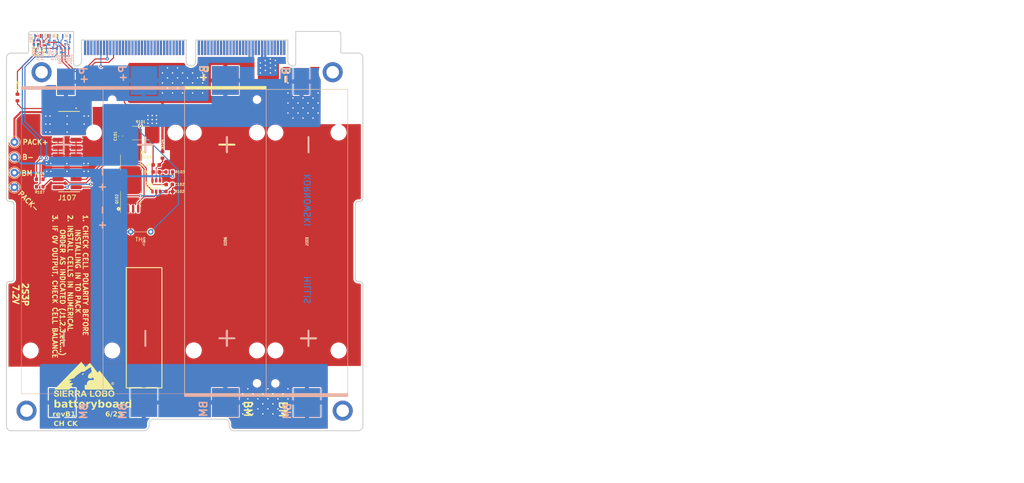
<source format=kicad_pcb>
(kicad_pcb (version 20221018) (generator pcbnew)
  (layers (0 "F.Cu" signal) (31 "B.Cu" signal) (34 "B.Paste" user) (35 "F.Paste" user) (36 "B.SilkS" user "B.Silkscreen") (37 "F.SilkS" user "F.Silkscreen") (38 "B.Mask" user) (39 "F.Mask" user) (44 "Edge.Cuts" user))
  (net 0 "")
  (net 1 "/VDD")
  (net 2 "B-")
  (net 3 "Net-(C101-Pad1)")
  (net 4 "PACK-")
  (net 5 "BM")
  (net 6 "PACK+")
  (net 7 "/V-")
  (net 8 "Net-(U101-VC)")
  (net 9 "Net-(D301-K)")
  (net 10 "Net-(D301-A)")
  (net 11 "Net-(D302-K)")
  (net 12 "Net-(D302-A)")
  (net 13 "Net-(D303-K)")
  (net 14 "Net-(D303-A)")
  (net 15 "Net-(D304-K)")
  (net 16 "Net-(D304-A)")
  (net 17 "/DOUT")
  (net 18 "/COUT")
  (net 19 "/Q1D_Q2S")
  (net 23 "BAT_THERM")
  (net 24 "/SLI-Card/GND")
  (net 111 "/SLI-Card/LED_PWR")
  (net 120 "Net-(Q301-B)")
  (net 121 "Net-(Q302-B)")
  (net 122 "Net-(Q303-B)")
  (net 123 "Net-(Q304-B)")
  (net 129 "/SLI-Card/Blank-Card-Default/ORG_LED")
  (net 137 "DOUT_LED")
  (net 138 "COUT_LED")
  (net 139 "PACK_LED")
  (footprint "batteryboard:KEYSTONE-1042_ALT_J5" (layer "F.Cu") (at 129.2733 96.0501 -90)
    (fp_text reference "J103")
    (fp_text value "KEYSTONE-1042" hide)
  )
  (footprint "custom-footprints:SOT95P280X130-6N" (layer "F.Cu") (at 91.1225 81.9785 90)
    (fp_text reference "U101")
    (fp_text value "R5460N233AF" hide)
  )
  (footprint "batteryboard:KEYSTONE-1042" (layer "F.Cu") (at 108.6231 96.0247 90)
    (fp_text reference "J106")
    (fp_text value "KEYSTONE-1042" hide)
  )
  (footprint "Capacitor_SMD:C_0603_1608Metric" (layer "F.Cu") (at 91.1225 76.6445)
    (fp_text reference "C104")
    (fp_text value "0.1uF")
  )
  (footprint "Capacitor_SMD:C_0603_1608Metric" (layer "F.Cu") (at 91.1225 78.4225)
    (fp_text reference "C103")
    (fp_text value "0.1uF")
  )
  (footprint "Capacitor_SMD:C_0603_1608Metric" (layer "F.Cu") (at 94.4245 81.5975)
    (fp_text reference "C102")
    (fp_text value "0.1uF")
  )
  (footprint "Capacitor_SMD:C_0603_1608Metric" (layer "F.Cu") (at 82.1055 69.342 -90)
    (fp_text reference "C101")
    (fp_text value "0.1uF")
  )
  (footprint "Resistor_SMD:R_0603_1608Metric" (layer "F.Cu") (at 92.71 74.1045 -90)
    (fp_text reference "R104")
    (fp_text value "330")
  )
  (footprint "Resistor_SMD:R_0603_1608Metric" (layer "F.Cu") (at 94.4245 78.4225 180)
    (fp_text reference "R103")
    (fp_text value "330")
  )
  (footprint "Package_SO:SOIC-8_3.9x4.9mm_P1.27mm" (layer "F.Cu") (at 84.6455 85.2805 90)
    (fp_text reference "Q102")
    (fp_text value "IRF7458")
  )
  (footprint "Package_SO:SOIC-8_3.9x4.9mm_P1.27mm" (layer "F.Cu") (at 84.6455 76.0095 -90)
    (fp_text reference "Q101")
    (fp_text value "IRF7458")
  )
  (footprint "Resistor_SMD:R_0603_1608Metric" (layer "F.Cu") (at 94.4245 83.3755)
    (fp_text reference "R102")
    (fp_text value "1K")
  )
  (footprint "Resistor_SMD:R_2512_6332Metric" (layer "F.Cu") (at 87.249 68.58 180)
    (fp_text reference "R101")
    (fp_text value "0.01")
  )
  (footprint "TestPoint:TestPoint_Loop_D1.80mm_Drill1.0mm_Beaded" (layer "F.Cu") (at 55.245 74.676 90)
    (fp_text reference "TP101" hide)
    (fp_text value "TestPoint")
  )
  (footprint "TestPoint:TestPoint_Loop_D1.80mm_Drill1.0mm_Beaded" (layer "F.Cu") (at 55.245 78.613 90)
    (fp_text reference "TP102" hide)
    (fp_text value "TestPoint")
  )
  (footprint "TestPoint:TestPoint_Loop_D1.80mm_Drill1.0mm_Beaded" (layer "F.Cu") (at 55.245 82.296 90)
    (fp_text reference "TP103" hide)
    (fp_text value "TestPoint")
  )
  (footprint "TestPoint:TestPoint_Loop_D1.80mm_Drill1.0mm_Beaded" (layer "F.Cu") (at 55.245 70.866 90)
    (fp_text reference "TP104" hide)
    (fp_text value "TestPoint")
  )
  (footprint "SLI-Blank-Card:APA2107x" (layer "F.Cu") (at 62.792178 43.97248 -90)
    (fp_text reference "D303")
    (fp_text value "GREEN")
  )
  (footprint "SLI-Blank-Card:125mil_hole" (layer "F.Cu") (at 62.1184 53.1572 90)
    (fp_text reference "MH301" hide)
    (fp_text value "MountingHole_Pad")
  )
  (footprint "SLI-Blank-Card:125mil_hole" (layer "F.Cu") (at 135.7784 53.1572 90)
    (fp_text reference "MH302" hide)
    (fp_text value "SLI-Backplane-Blank-Card-KiCad:125mil_hole")
  )
  (footprint "SLI-Blank-Card:125mil_hole" (layer "F.Cu") (at 138.3184 138.8872 90)
    (fp_text reference "MH303" hide)
    (fp_text value "SLI-Backplane-Blank-Card-KiCad:125mil_hole")
  )
  (footprint "SLI-Blank-Card:125mil_hole" (layer "F.Cu") (at 58.3184 138.8872 90)
    (fp_text reference "MH304" hide)
    (fp_text value "SLI-Backplane-Blank-Card-KiCad:125mil_hole")
  )
  (footprint "SLI-Blank-Card:HSEC8-160-CARD-EDGE" (layer "F.Cu") (at 98.72222 45.004353)
    (fp_text reference "P201" hide)
    (fp_text value "Conn_02x60_Top_Bottom")
  )
  (footprint "Package_TO_SOT_SMD:SOT-723" (layer "F.Cu") (at 60.579 44.5516 90)
    (fp_text reference "Q303")
    (fp_text value "BC847BM3T5G")
  )
  (footprint "Resistor_SMD:R_0402_1005Metric" (layer "F.Cu") (at 62.6618 45.847 90)
    (fp_text reference "R306")
    (fp_text value "1.5k")
  )
  (footprint "Resistor_SMD:R_0402_1005Metric" (layer "F.Cu") (at 60.6806 46.0756)
    (fp_text reference "R305")
    (fp_text value "4.7k")
  )
  (footprint "Resistor_SMD:R_0603_1608Metric" (layer "F.Cu") (at 56.007 59.563 -90)
    (fp_text reference "R108")
    (fp_text value "0")
  )
  (footprint "SierraLobo:SLI_logo_15x9" (layer "F.Cu") (at 72.898 130.937)
    (fp_text reference "G***" hide)
    (fp_text value "LOGO" hide)
  )
  (footprint "Resistor_SMD:R_0603_1608Metric" (layer "F.Cu") (at 61.658 80.264)
    (fp_text reference "R106")
    (fp_text value "0")
  )
  (footprint "batteryboard:SAMTEC_S2M-110-02-X-D" (layer "F.Cu") (at 68.58 73.273 90)
    (fp_text reference "J107")
    (fp_text value "Conn_02x10_Top_Bottom")
  )
  (footprint "Resistor_THT:R_Axial_DIN0204_L3.6mm_D1.6mm_P5.08mm_Vertical" (layer "F.Cu") (at 89.739 93.599 180)
    (fp_text reference "TH1")
    (fp_text value "Thermistor")
  )
  (footprint "Resistor_SMD:R_0603_1608Metric" (layer "F.Cu") (at 61.658 82.169)
    (fp_text reference "R107")
    (fp_text value "0")
  )
  (footprint "batteryboard:KEYSTONE-1042" (layer "B.Cu") (at 87.9983 96.0501 90)
    (fp_text reference "J104")
    (fp_text value "KEYSTONE-1042" hide)
  )
  (footprint "batteryboard:KEYSTONE-1042_ALT_J1" (layer "B.Cu") (at 129.2733 96.0247 -90)
    (fp_text reference "J101")
    (fp_text value "KEYSTONE-1042" hide)
  )
  (footprint "batteryboard:KEYSTONE-1042" (layer "B.Cu") (at 108.6231 96.0247 -90)
    (fp_text reference "J102")
    (fp_text value "KEYSTONE-1042" hide)
  )
  (footprint "batteryboard:KEYSTONE-1042_alt_J4" (layer "B.Cu") (at 67.3481 96.0501 90)
    (fp_text reference "J105")
    (fp_text value "KEYSTONE-1042" hide)
  )
  (footprint "SLI-Blank-Card:APA2107x" (layer "B.Cu") (at 61.392181 43.97248 -90)
    (fp_text reference "D301")
    (fp_text value "RED")
  )
  (footprint "SLI-Blank-Card:APA2107x" (layer "B.Cu") (at 65.192173 43.97248 -90)
    (fp_text reference "D302")
    (fp_text value "YELLOW")
  )
  (footprint "SLI-Blank-Card:APA2107x" (layer "B.Cu") (at 68.407991 43.97248 -90)
    (fp_text reference "D304")
    (fp_text value "ORANGE")
  )
  (footprint "Package_TO_SOT_SMD:SOT-723" (layer "B.Cu") (at 65.786 45.5676)
    (fp_text reference "Q302")
    (fp_text value "BC847BM3T5G")
  )
  (footprint "Package_TO_SOT_SMD:SOT-723" (layer "B.Cu") (at 68.6562 45.5676)
    (fp_text reference "Q304")
    (fp_text value "BC847BM3T5G")
  )
  (footprint "Resistor_SMD:R_0402_1005Metric" (layer "B.Cu") (at 60.198 45.6692 90)
    (fp_text reference "R302")
    (fp_text value "1.5k")
  )
  (footprint "Resistor_SMD:R_0402_1005Metric" (layer "B.Cu") (at 64.0334 45.6692 90)
    (fp_text reference "R304")
    (fp_text value "1.5k")
  )
  (footprint "Resistor_SMD:R_0402_1005Metric" (layer "B.Cu") (at 67.0306 47.625 90)
    (fp_text reference "R308")
    (fp_text value "1.5k")
  )
  (footprint "Resistor_SMD:R_0402_1005Metric" (layer "B.Cu") (at 61.6712 47.117)
    (fp_text reference "R301")
    (fp_text value "4.7k")
  )
  (footprint "Resistor_SMD:R_0402_1005Metric" (layer "B.Cu") (at 65.4812 47.117)
    (fp_text reference "R303")
    (fp_text value "4.7k")
  )
  (footprint "Resistor_SMD:R_0402_1005Metric" (layer "B.Cu") (at 68.58 47.117)
    (fp_text reference "R307")
    (fp_text value "4.7k")
  )
  (footprint "Package_TO_SOT_SMD:SOT-723" (layer "B.Cu") (at 61.976 45.5676)
    (fp_text reference "Q301")
    (fp_text value "BC847BM3T5G")
  )
  (gr_circle (center 87.7189 73.4949) (end 87.7443 73.4187) (stroke (width 0.4)) (fill none) (layer "F.SilkS"))
  (gr_circle (center 81.5975 87.7697) (end 81.6229 87.6935) (stroke (width 0.4)) (fill none) (layer "F.SilkS"))
  (gr_rect (start 83.549998 102.650011) (end 92.559988 133.130011) (stroke (width 0.254)) (fill none) (layer "F.SilkS"))
  (gr_line (start 109.626402 142.773398) (end 109.626402 142.239998) (stroke (width 0.254)) (layer "Edge.Cuts"))
  (gr_arc (start 110.820202 143.967198) (mid 109.976058 143.617542) (end 109.626402 142.773398) (stroke (width 0.254)) (layer "Edge.Cuts"))
  (gr_line (start 64.742214 42.841363) (end 69.442149 42.841363) (stroke (width 0.254)) (layer "Edge.Cuts"))
  (gr_line (start 141.503402 105.409998) (end 141.503402 86.639398) (stroke (width 0.254)) (layer "Edge.Cuts"))
  (gr_arc (start 101.12221 50.37937) (mid 99.922212 51.579361) (end 98.72223 50.379354) (stroke (width 0.254)) (layer "Edge.Cuts"))
  (gr_arc (start 125.622219 51.579361) (mid 124.7737 51.227891) (end 124.422232 50.379371) (stroke (width 0.254)) (layer "Edge.Cuts"))
  (gr_arc (start 72.22222 50.329342) (mid 71.870751 51.177862) (end 71.022232 51.529331) (stroke (width 0.254)) (layer "Edge.Cuts"))
  (gr_arc (start 142.305524 48.3247) (mid 143.085375 48.647724) (end 143.408402 49.427575) (stroke (width 0.254)) (layer "Edge.Cuts"))
  (gr_line (start 126.422213 51.004361) (end 126.422213 44.904363) (stroke (width 0.254)) (layer "Edge.Cuts"))
  (gr_line (start 101.12221 50.379354) (end 101.12221 45.004363) (stroke (width 0.254)) (layer "Edge.Cuts"))
  (gr_line (start 98.72223 50.379354) (end 98.72223 45.004363) (stroke (width 0.254)) (layer "Edge.Cuts"))
  (gr_line (start 101.12222 45.004353) (end 124.422222 45.004353) (stroke (width 0.254)) (layer "Edge.Cuts"))
  (gr_line (start 70.222239 50.954331) (end 70.222239 44.854333) (stroke (width 0.254)) (layer "Edge.Cuts"))
  (gr_line (start 124.422232 50.379354) (end 124.422232 45.004363) (stroke (width 0.254)) (layer "Edge.Cuts"))
  (gr_arc (start 53.238402 49.425142) (mid 53.560715 48.64701) (end 54.338847 48.324697) (stroke (width 0.254)) (layer "Edge.Cuts"))
  (gr_line (start 125.62222 51.579361) (end 125.847213 51.579361) (stroke (width 0.254)) (layer "Edge.Cuts"))
  (gr_arc (start 58.822003 47.841541) (mid 58.68049 48.183184) (end 58.338847 48.324697) (stroke (width 0.254)) (layer "Edge.Cuts"))
  (gr_line (start 72.22222 50.329323) (end 72.22222 45.004353) (stroke (width 0.254)) (layer "Edge.Cuts"))
  (gr_arc (start 142.265402 106.171998) (mid 141.726587 105.948813) (end 141.503402 105.409998) (stroke (width 0.254)) (layer "Edge.Cuts"))
  (gr_line (start 70.797239 51.529331) (end 71.022232 51.529331) (stroke (width 0.254)) (layer "Edge.Cuts"))
  (gr_line (start 72.22222 45.00435) (end 98.72222 45.004353) (stroke (width 0.254)) (layer "Edge.Cuts"))
  (gr_line (start 127.04006 42.822678) (end 127.74679 42.822678) (stroke (width 0.254)) (layer "Edge.Cuts"))
  (gr_arc (start 126.422213 51.004364) (mid 126.253799 51.41095) (end 125.847213 51.579364) (stroke (width 0.254)) (layer "Edge.Cuts"))
  (gr_arc (start 54.000402 85.877398) (mid 53.461587 85.654213) (end 53.238402 85.115398) (stroke (width 0.254)) (layer "Edge.Cuts"))
  (gr_arc (start 58.822186 43.41637) (mid 58.990603 43.009775) (end 59.397198 42.841358) (stroke (width 0.254)) (layer "Edge.Cuts"))
  (gr_arc (start 143.408402 85.115398) (mid 143.185217 85.654213) (end 142.646402 85.877398) (stroke (width 0.254)) (layer "Edge.Cuts"))
  (gr_line (start 137.822185 47.841355) (end 137.822185 43.391372) (stroke (width 0.254)) (layer "Edge.Cuts"))
  (gr_arc (start 55.143402 105.409998) (mid 54.920217 105.948813) (end 54.381402 106.171998) (stroke (width 0.254)) (layer "Edge.Cuts"))
  (gr_arc (start 89.306402 142.239998) (mid 89.656058 141.395854) (end 90.500202 141.046198) (stroke (width 0.254)) (layer "Edge.Cuts"))
  (gr_line (start 53.238402 85.115398) (end 53.238402 49.425142) (stroke (width 0.254)) (layer "Edge.Cuts"))
  (gr_arc (start 142.646402 106.171998) (mid 143.185217 106.395183) (end 143.408402 106.933998) (stroke (width 0.254)) (layer "Edge.Cuts"))
  (gr_arc (start 54.381402 85.877398) (mid 54.920217 86.100583) (end 55.143402 86.639398) (stroke (width 0.254)) (layer "Edge.Cuts"))
  (gr_arc (start 138.305527 48.324697) (mid 137.963753 48.183129) (end 137.822185 47.841355) (stroke (width 0.254)) (layer "Edge.Cuts"))
  (gr_arc (start 137.253494 42.822681) (mid 137.655619 42.989247) (end 137.822185 43.391372) (stroke (width 0.254)) (layer "Edge.Cuts"))
  (gr_line (start 89.306402 142.773398) (end 89.306402 142.239998) (stroke (width 0.254)) (layer "Edge.Cuts"))
  (gr_line (start 54.338847 48.324697) (end 58.338847 48.324697) (stroke (width 0.254)) (layer "Edge.Cuts"))
  (gr_arc (start 70.797239 51.529333) (mid 70.390653 51.360919) (end 70.222239 50.954333) (stroke (width 0.254)) (layer "Edge.Cuts"))
  (gr_line (start 143.408402 85.115398) (end 143.408402 49.427575) (stroke (width 0.254)) (layer "Edge.Cuts"))
  (gr_arc (start 53.238402 106.933998) (mid 53.461587 106.395183) (end 54.000402 106.171998) (stroke (width 0.254)) (layer "Edge.Cuts"))
  (gr_line (start 138.305527 48.324697) (end 142.305524 48.324697) (stroke (width 0.254)) (layer "Edge.Cuts"))
  (gr_line (start 58.822003 47.841541) (end 58.822186 43.41637) (stroke (width 0.254)) (layer "Edge.Cuts"))
  (gr_line (start 142.265402 106.171998) (end 142.646402 106.171998) (stroke (width 0.254)) (layer "Edge.Cuts"))
  (gr_arc (start 143.408402 142.773398) (mid 143.058746 143.617542) (end 142.214602 143.967198) (stroke (width 0.254)) (layer "Edge.Cuts"))
  (gr_arc (start 108.432602 141.046198) (mid 109.276746 141.395854) (end 109.626402 142.239998) (stroke (width 0.254)) (layer "Edge.Cuts"))
  (gr_arc (start 89.306402 142.773398) (mid 88.956746 143.617542) (end 88.112602 143.967198) (stroke (width 0.254)) (layer "Edge.Cuts"))
  (gr_line (start 142.265402 85.877398) (end 142.646402 85.877398) (stroke (width 0.254)) (layer "Edge.Cuts"))
  (gr_line (start 90.500202 141.046198) (end 108.432602 141.046198) (stroke (width 0.254)) (layer "Edge.Cuts"))
  (gr_line (start 70.222203 44.854351) (end 70.222203 42.84137) (stroke (width 0.254)) (layer "Edge.Cuts"))
  (gr_line (start 126.422177 44.904381) (end 126.422177 42.822681) (stroke (width 0.254)) (layer "Edge.Cuts"))
  (gr_line (start 126.422177 42.822681) (end 127.040068 42.822681) (stroke (width 0.254)) (layer "Edge.Cuts"))
  (gr_arc (start 141.503402 86.639398) (mid 141.726587 86.100583) (end 142.265402 85.877398) (stroke (width 0.254)) (layer "Edge.Cuts"))
  (gr_line (start 59.397198 42.841358) (end 64.742207 42.841358) (stroke (width 0.254)) (layer "Edge.Cuts"))
  (gr_line (start 127.74679 42.822678) (end 137.253494 42.822681) (stroke (width 0.254)) (layer "Edge.Cuts"))
  (gr_line (start 53.238393 142.697198) (end 53.238402 106.933998) (stroke (width 0.254)) (layer "Edge.Cuts"))
  (gr_line (start 69.442154 42.84137) (end 70.222203 42.84137) (stroke (width 0.254)) (layer "Edge.Cuts"))
  (gr_arc (start 54.356002 143.967198) (mid 53.534175 143.563661) (end 53.238402 142.697198) (stroke (width 0.254)) (layer "Edge.Cuts"))
  (gr_line (start 110.820202 143.967198) (end 142.214602 143.967198) (stroke (width 0.254)) (layer "Edge.Cuts"))
  (gr_line (start 143.408402 142.773398) (end 143.408402 106.933998) (stroke (width 0.254)) (layer "Edge.Cuts"))
  (gr_line (start 54.000402 106.171998) (end 54.381402 106.171998) (stroke (width 0.254)) (layer "Edge.Cuts"))
  (gr_line (start 54.356002 143.967195) (end 88.112602 143.967198) (stroke (width 0.254)) (layer "Edge.Cuts"))
  (gr_line (start 55.143402 105.409998) (end 55.143402 86.639398) (stroke (width 0.254)) (layer "Edge.Cuts"))
  (gr_line (start 54.0004 85.8774) (end 54.3814 85.8774) (stroke (width 0.254)) (layer "Edge.Cuts"))
  (gr_text "KORNOWSKI" (at 129.413 78.74 90) (layer "B.Cu") (effects (font (size 1.524 1.524) (thickness 0.254)) (justify left mirror)))
  (gr_text "HILLIS" (at 129.413 104.648 90) (layer "B.Cu") (effects (font (size 1.524 1.524) (thickness 0.254)) (justify left mirror)))
  (gr_text "BM" (at 103.0605 138.43 90) (layer "B.SilkS") (effects (font (size 1.905 1.905) (thickness 0.381)) (justify mirror)))
  (gr_text "BM" (at 82.6135 139.0015 90) (layer "B.SilkS") (effects (font (size 1.905 1.905) (thickness 0.381)) (justify mirror)))
  (gr_text "BM" (at 72.7075 139.0015 90) (layer "B.SilkS") (effects (font (size 1.905 1.905) (thickness 0.381)) (justify mirror)))
  (gr_text "BM" (at 124.2695 139.0015 90) (layer "B.SilkS") (effects (font (size 1.905 1.905) (thickness 0.381)) (justify mirror)))
  (gr_text "B-" (at 124.0155 53.975 90) (layer "B.SilkS") (effects (font (size 1.905 1.905) (thickness 0.381)) (justify mirror)))
  (gr_text "B-" (at 103.1875 53.467 90) (layer "B.SilkS") (effects (font (size 1.905 1.905) (thickness 0.381)) (justify mirror)))
  (gr_text "P+" (at 82.677 53.5305 90) (layer "B.SilkS") (effects (font (size 1.905 1.905) (thickness 0.381)) (justify mirror)))
  (gr_text "P+" (at 72.771 53.975 90) (layer "B.SilkS") (effects (font (size 1.905 1.905) (thickness 0.381)) (justify mirror)))
  (gr_text "- +" (at 77.4065 80.3275 90) (layer "B.SilkS") (effects (font (size 1.905 1.905) (thickness 0.381)) (justify mirror)))
  (gr_text "- +" (at 77.4065 89.9795 90) (layer "B.SilkS") (effects (font (size 1.905 1.905) (thickness 0.381)) (justify mirror)))
  (gr_text "BM" (at 123.19 138.557 270) (layer "F.SilkS") (effects (font (size 1.905 1.905) (thickness 0.381))))
  (gr_text "B-" (at 123.8885 53.975 270) (layer "F.SilkS") (effects (font (size 1.905 1.905) (thickness 0.381))))
  (gr_text "P+" (at 103.1875 53.5305 270) (layer "F.SilkS") (effects (font (size 1.905 1.905) (thickness 0.381))))
  (gr_text "2S3P\n7.2V" (at 56.769 109.474 -90) (layer "F.SilkS") (effects (font (size 1.5 1.5) (thickness 0.355))))
  (gr_text "1. CHECK CELL POLARITY BEFORE \n    INSTALLING IN TO PACK\n2. INSTALL CELLS IN NUMERICAL \n    ORDER AS INDICATED (J1,2,3,etc...)\n3. IF 0V OUTPUT, CHECK CELL BALANCE" (at 69.342 89.154 270) (layer "F.SilkS") (effects (font (size 1.2 1.2) (thickness 0.254)) (justify left)))
  (gr_text "PACK-" (at 58.801 85.852 -45) (layer "F.SilkS") (effects (font (size 1.27 1.27) (thickness 0.254))))
  (gr_text "CH CK" (at 68.199 142.24) (layer "F.SilkS") (effects (font (size 1.27 1.27) (thickness 0.254) bold)))
  (gr_text "BM" (at 114.3 138.43 270) (layer "F.SilkS") (effects (font (size 1.905 1.905) (thickness 0.381))))
  (gr_text "BM" (at 58.42 78.74) (layer "F.SilkS") (effects (font (size 1.27 1.27) (thickness 0.254))))
  (gr_text "revB1		6/23" (at 72.136 139.827) (layer "F.SilkS") (effects (font (size 1.27 1.27) (thickness 0.254) bold)))
  (gr_text "B-" (at 58.674 74.676) (layer "F.SilkS") (effects (font (size 1.27 1.27) (thickness 0.254))))
  (gr_text "PACK+" (at 60.579 70.866) (layer "F.SilkS") (effects (font (size 1.27 1.27) (thickness 0.254))))
  (gr_text "batteryboard" (at 65.151 138.43) (layer "F.SilkS") (effects (font (size 1.905 1.905) (thickness 0.3048) bold) (justify left bottom)))
  (segment (start 92.71 74.892) (end 92.71 75.8445) (width 0.2794) (layer "F.Cu") (net 1))
  (segment (start 91.1225 77.4065) (end 91.8845 76.6445) (width 0.2032) (layer "F.Cu") (net 1))
  (segment (start 91.1225 80.5785) (end 91.1225 77.4065) (width 0.2032) (layer "F.Cu") (net 1))
  (segment (start 92.71 75.8445) (end 91.91 76.6445) (width 0.2794) (layer "F.Cu") (net 1))
  (segment (start 90.1065 80.5125) (end 90.1065 78.4225) (width 0.2794) (layer "F.Cu") (net 2))
  (segment (start 90.4121 81.5975) (end 90.1725 81.3579) (width 0.2794) (layer "F.Cu") (net 2))
  (segment (start 90.335 76.6445) (end 90.335 68.766) (width 0.2794) (layer "F.Cu") (net 2))
  (segment (start 64.443 76.273) (end 63.373 76.273) (width 0.8128) (layer "F.Cu") (net 2))
  (segment (start 66.305 76.273) (end 68.507 76.273) (width 0.8128) (layer "F.Cu") (net 2))
  (segment (start 93.637 81.5975) (end 90.4121 81.5975) (width 0.2794) (layer "F.Cu") (net 2))
  (segment (start 72.825 76.273) (end 73.895 76.273) (width 0.8128) (layer "F.Cu") (net 2))
  (segment (start 90.1725 81.3579) (end 90.1725 80.5785) (width 0.2794) (layer "F.Cu") (net 2))
  (segment (start 68.507 76.273) (end 70.855 76.273) (width 0.8128) (layer "F.Cu") (net 2))
  (segment (start 66.305 76.273) (end 64.443 76.273) (width 0.8128) (layer "F.Cu") (net 2))
  (segment (start 90.1065 78.4225) (end 90.1065 76.873) (width 0.2794) (layer "F.Cu") (net 2))
  (segment (start 70.855 76.273) (end 72.825 76.273) (width 0.8128) (layer "F.Cu") (net 2))
  (via (at 90.1065 65.151) (size 0.8128) (drill 0.3556) (layers "F.Cu" "B.Cu") (net 2))
  (via (at 90.1065 64.135) (size 0.8128) (drill 0.3556) (layers "F.Cu" "B.Cu") (net 2))
  (via (at 90.1065 66.1035) (size 0.8128) (drill 0.3556) (layers "F.Cu" "B.Cu") (net 2))
  (via (at 91.186 65.151) (size 0.8128) (drill 0.3556) (layers "F.Cu" "B.Cu") (net 2))
  (via (at 91.186 66.1035) (size 0.8128) (drill 0.3556) (layers "F.Cu" "B.Cu") (net 2))
  (via (at 91.186 64.135) (size 0.8128) (drill 0.3556) (layers "F.Cu" "B.Cu") (net 2))
  (via (at 124.46 58.42) (size 0.8128) (drill 0.3556) (layers "F.Cu" "B.Cu") (net 2))
  (via (at 125.73 59.69) (size 0.8128) (drill 0.3556) (layers "F.Cu" "B.Cu") (net 2))
  (via (at 130.81 62.23) (size 0.8128) (drill 0.3556) (layers "F.Cu" "B.Cu") (net 2))
  (via (at 124.46 55.88) (size 0.8128) (drill 0.3556) (layers "F.Cu" "B.Cu") (net 2))
  (via (at 124.46 63.5) (size 0.8128) (drill 0.3556) (layers "F.Cu" "B.Cu") (net 2))
  (via (at 127 60.96) (size 0.8128) (drill 0.3556) (layers "F.Cu" "B.Cu") (net 2))
  (via (at 125.73 62.23) (size 0.8128) (drill 0.3556) (layers "F.Cu" "B.Cu") (net 2))
  (via (at 72.825 76.273) (size 0.8128) (drill 0.3556) (layers "F.Cu" "B.Cu") (net 2))
  (via (at 132.08 60.96) (size 0.8128) (drill 0.3556) (layers "F.Cu" "B.Cu") (net 2))
  (via (at 132.08 63.5) (size 0.8128) (drill 0.3556) (layers "F.Cu" "B.Cu") (net 2))
  (via (at 128.27 62.23) (size 0.8128) (drill 0.3556) (layers "F.Cu" "B.Cu") (net 2))
  (via (at 127 63.5) (size 0.8128) (drill 0.3556) (layers "F.Cu" "B.Cu") (net 2))
  (via (at 129.54 63.5) (size 0.8128) (drill 0.3556) (layers "F.Cu" "B.Cu") (net 2))
  (via (at 89.027 66.1035) (size 0.8128) (drill 0.3556) (layers "F.Cu" "B.Cu") (net 2))
  (via (at 68.507 76.273) (size 0.8128) (drill 0.3556) (layers "F.Cu" "B.Cu") (net 2))
  (via (at 125.73 64.77) (size 0.8128) (drill 0.3556) (layers "F.Cu" "B.Cu") (net 2))
  (via (at 124.46 53.34) (size 0.8128) (drill 0.3556) (layers "F.Cu" "B.Cu") (net 2))
  (via (at 63.373 76.273) (size 0.8128) (drill 0.3556) (layers "F.Cu" "B.Cu") (net 2))
  (via (at 128.27 64.77) (size 0.8128) (drill 0.3556) (layers "F.Cu" "B.Cu") (net 2))
  (via (at 89.027 64.135) (size 0.8128) (drill 0.3556) (layers "F.Cu" "B.Cu") (net 2))
  (via (at 130.81 64.77) (size 0.8128) (drill 0.3556) (layers "F.Cu" "B.Cu") (net 2))
  (via (at 73.895 76.273) (size 0.8128) (drill 0.3556) (layers "F.Cu" "B.Cu") (net 2))
  (via (at 124.46 60.96) (size 0.8128) (drill 0.3556) (layers "F.Cu" "B.Cu") (net 2))
  (via (at 64.443 76.273) (size 0.8128) (drill 0.3556) (layers "F.Cu" "B.Cu") (net 2))
  (via (at 132.08 58.42) (size 0.8128) (drill 0.3556) (layers "F.Cu" "B.Cu") (net 2))
  (via (at 89.027 65.151) (size 0.8128) (drill 0.3556) (layers "F.Cu" "B.Cu") (net 2))
  (via (at 130.81 59.69) (size 0.8128) (drill 0.3556) (layers "F.Cu" "B.Cu") (net 2))
  (via (at 128.27 59.69) (size 0.8128) (drill 0.3556) (layers "F.Cu" "B.Cu") (net 2))
  (via (at 129.54 60.96) (size 0.8128) (drill 0.3556) (layers "F.Cu" "B.Cu") (net 2))
  (segment (start 63.373 76.273) (end 56.842 76.273) (width 0.508) (layer "B.Cu") (net 2))
  (segment (start 56.842 76.273) (end 55.245 74.676) (width 0.508) (layer "B.Cu") (net 2))
  (segment (start 82.1055 68.5545) (end 84.3235 68.5545) (width 0.6096) (layer "F.Cu") (net 3))
  (segment (start 118.72222 47.404353) (end 118.72222 50.14222) (width 0.508) (layer "F.Cu") (net 4))
  (segment (start 117.92222 47.404353) (end 117.92222 50.35822) (width 0.508) (layer "F.Cu") (net 4))
  (via (at 120.015 53.34) (size 0.8128) (drill 0.3556) (layers "F.Cu" "B.Cu") (net 4))
  (via (at 117.475 52.07) (size 0.8128) (drill 0.3556) (layers "F.Cu" "B.Cu") (net 4))
  (via (at 120 49.8) (size 0.8128) (drill 0.3556) (layers "F.Cu" "B.Cu") (net 4))
  (via (at 121.285 50.165) (size 0.8128) (drill 0.3556) (layers "F.Cu" "B.Cu") (net 4))
  (via (at 117.475 53.34) (size 0.8128) (drill 0.3556) (layers "F.Cu" "B.Cu") (net 4))
  (via (at 120.015 50.8) (size 0.8128) (drill 0.3556) (layers "F.Cu" "B.Cu") (net 4))
  (via (at 121.285 51.435) (size 0.8128) (drill 0.3556) (layers "F.Cu" "B.Cu") (net 4))
  (via (at 118.72222 50.18778) (size 0.8128) (drill 0.3556) (layers "F.Cu" "B.Cu") (net 4))
  (via (at 121.285 52.705) (size 0.8128) (drill 0.3556) (layers "F.Cu" "B.Cu") (net 4))
  (via (at 118.745 51.435) (size 0.8128) (drill 0.3556) (layers "F.Cu" "B.Cu") (net 4))
  (via (at 120.015 52.07) (size 0.8128) (drill 0.3556) (layers "F.Cu" "B.Cu") (net 4))
  (via (at 117.475 50.8) (size 0.8128) (drill 0.3556) (layers "F.Cu" "B.Cu") (net 4))
  (via (at 118.745 52.705) (size 0.8128) (drill 0.3556) (layers "F.Cu" "B.Cu") (net 4))
  (segment (start 117.92222 47.404353) (end 117.92222 49.85022) (width 0.508) (layer "B.Cu") (net 4))
  (segment (start 118.72222 47.404353) (end 118.72222 50.18778) (width 0.508) (layer "B.Cu") (net 4))
  (segment (start 72.857 78.273) (end 73.927 78.273) (width 0.8128) (layer "F.Cu") (net 5))
  (segment (start 70.855 78.273) (end 72.857 78.273) (width 0.8128) (layer "F.Cu") (net 5))
  (segment (start 70.855 78.273) (end 68.539 78.273) (width 0.8128) (layer "F.Cu") (net 5))
  (segment (start 95.25 78.4605) (end 95.25 79.426002) (width 0.508) (layer "F.Cu") (net 5))
  (segment (start 95.25 79.426002) (end 95.212 79.464002) (width 0.508) (layer "F.Cu") (net 5))
  (segment (start 64.475 78.273) (end 63.405 78.273) (width 0.8128) (layer "F.Cu") (net 5))
  (segment (start 95.212 79.464002) (end 95.25 79.502002) (width 0.2794) (layer "F.Cu") (net 5))
  (segment (start 66.305 78.273) (end 64.475 78.273) (width 0.8128) (layer "F.Cu") (net 5))
  (segment (start 68.539 78.273) (end 66.305 78.273) (width 0.8128) (layer "F.Cu") (net 5))
  (via (at 63.405 78.273) (size 0.8128) (drill 0.3556) (layers "F.Cu" "B.Cu") (net 5))
  (via (at 115.57 139.7) (size 0.8128) (drill 0.3556) (layers "F.Cu" "B.Cu") (net 5))
  (via (at 114.3 135.89) (size 0.8128) (drill 0.3556) (layers "F.Cu" "B.Cu") (net 5))
  (via (at 119.38 133.35) (size 0.8128) (drill 0.3556) (layers "F.Cu" "B.Cu") (net 5))
  (via (at 118.11 137.16) (size 0.8128) (drill 0.3556) (layers "F.Cu" "B.Cu") (net 5))
  (via (at 124.46 133.35) (size 0.8128) (drill 0.3556) (layers "F.Cu" "B.Cu") (net 5))
  (via (at 72.857 78.273) (size 0.8128) (drill 0.3556) (layers "F.Cu" "B.Cu") (net 5))
  (via (at 113.03 137.16) (size 0.8128) (drill 0.3556) (layers "F.Cu" "B.Cu") (net 5))
  (via (at 123.19 139.7) (size 0.8128) (drill 0.3556) (layers "F.Cu" "B.Cu") (net 5))
  (via (at 115.57 134.62) (size 0.8128) (drill 0.3556) (layers "F.Cu" "B.Cu") (net 5))
  (via (at 119.38 138.43) (size 0.8128) (drill 0.3556) (layers "F.Cu" "B.Cu") (net 5))
  (via (at 114.3 133.35) (size 0.8128) (drill 0.3556) (layers "F.Cu" "B.Cu") (net 5))
  (via (at 123.19 137.16) (size 0.8128) (drill 0.3556) (layers "F.Cu" "B.Cu") (net 5))
  (via (at 124.46 138.43) (size 0.8128) (drill 0.3556) (layers "F.Cu" "B.Cu") (net 5))
  (via (at 64.475 78.273) (size 0.8128) (drill 0.3556) (layers "F.Cu" "B.Cu") (net 5))
  (via (at 95.25 79.502002) (size 0.8128) (drill 0.3556) (layers "F.Cu" "B.Cu") (net 5))
  (via (at 121.92 138.43) (size 0.8128) (drill 0.3556) (layers "F.Cu" "B.Cu") (net 5))
  (via (at 124.46 135.89) (size 0.8128) (drill 0.3556) (layers "F.Cu" "B.Cu") (net 5))
  (via (at 119.38 135.89) (size 0.8128) (drill 0.3556) (layers "F.Cu" "B.Cu") (net 5))
  (via (at 116.84 138.43) (size 0.8128) (drill 0.3556) (layers "F.Cu" "B.Cu") (net 5))
  (via (at 120.65 139.7) (size 0.8128) (drill 0.3556) (layers "F.Cu" "B.Cu") (net 5))
  (via (at 68.539 78.273) (size 0.8128) (drill 0.3556) (layers "F.Cu" "B.Cu") (net 5))
  (via (at 113.03 139.7) (size 0.8128) (drill 0.3556) (layers "F.Cu" "B.Cu") (net 5))
  (via (at 116.84 135.89) (size 0.8128) (drill 0.3556) (layers "F.Cu" "B.Cu") (net 5))
  (via (at 120.65 137.16) (size 0.8128) (drill 0.3556) (layers "F.Cu" "B.Cu") (net 5))
  (via (at 121.92 135.89) (size 0.8128) (drill 0.3556) (layers "F.Cu" "B.Cu") (net 5))
  (via (at 115.57 137.16) (size 0.8128) (drill 0.3556) (layers "F.Cu" "B.Cu") (net 5))
  (via (at 120.65 134.62) (size 0.8128) (drill 0.3556) (layers "F.Cu" "B.Cu") (net 5))
  (via (at 118.11 139.7) (size 0.8128) (drill 0.3556) (layers "F.Cu" "B.Cu") (net 5))
  (via (at 118.11 134.62) (size 0.8128) (drill 0.3556) (layers "F.Cu" "B.Cu") (net 5))
  (via (at 113.03 134.62) (size 0.8128) (drill 0.3556) (layers "F.Cu" "B.Cu") (net 5))
  (via (at 73.927 78.273) (size 0.8128) (drill 0.3556) (layers "F.Cu" "B.Cu") (net 5))
  (via (at 114.3 138.43) (size 0.8128) (drill 0.3556) (layers "F.Cu" "B.Cu") (net 5))
  (via (at 123.19 134.62) (size 0.8128) (drill 0.3556) (layers "F.Cu" "B.Cu") (net 5))
  (segment (start 55.245 78.613) (end 63.065 78.613) (width 0.508) (layer "B.Cu") (net 5))
  (segment (start 95.25 79.502002) (end 83.439002 79.502002) (width 0.508) (layer "B.Cu") (net 5))
  (segment (start 63.065 78.613) (end 63.405 78.273) (width 0.508) (layer "B.Cu") (net 5))
  (segment (start 56.007 61.214) (end 57.15 62.357) (width 0.27178) (layer "F.Cu") (net 6))
  (segment (start 56.896 63.246) (end 62.611 63.246) (width 0.508) (layer "F.Cu") (net 6))
  (segment (start 57.15 62.357) (end 62.484 62.357) (width 0.27178) (layer "F.Cu") (net 6))
  (segment (start 55.245 70.866) (end 55.245 64.897) (width 0.508) (layer "F.Cu") (net 6))
  (segment (start 92.71 73.317) (end 92.71 58.42) (width 0.6096) (layer "F.Cu") (net 6))
  (segment (start 55.245 64.897) (end 56.896 63.246) (width 0.508) (layer "F.Cu") (net 6))
  (segment (start 115.52222 47.404353) (end 115.52222 50.37122) (width 0.508) (layer "F.Cu") (net 6))
  (segment (start 114.72222 47.404353) (end 114.72222 50.50478) (width 0.508) (layer "F.Cu") (net 6))
  (segment (start 56.007 60.388) (end 56.007 61.214) (width 0.27178) (layer "F.Cu") (net 6))
  (via (at 100.33 55.88) (size 0.8128) (drill 0.3556) (layers "F.Cu" "B.Cu") (net 6))
  (via (at 95.25 53.34) (size 0.8128) (drill 0.3556) (layers "F.Cu" "B.Cu") (net 6))
  (via (at 97.79 58.42) (size 0.8128) (drill 0.3556) (layers "F.Cu" "B.Cu") (net 6))
  (via (at 63.192 66.294) (size 0.8128) (drill 0.3556) (layers "F.Cu" "B.Cu") (net 6))
  (via (at 96.52 54.61) (size 0.8128) (drill 0.3556) (layers "F.Cu" "B.Cu") (net 6))
  (via (at 96.52 57.15) (size 0.8128) (drill 0.3556) (layers "F.Cu" "B.Cu") (net 6))
  (via (at 72.898 64.262) (size 0.8128) (drill 0.3556) (layers "F.Cu" "B.Cu") (net 6))
  (via (at 64.262 66.294) (size 0.8128) (drill 0.3556) (layers "F.Cu" "B.Cu") (net 6))
  (via (at 92.71 55.88) (size 0.8128) (drill 0.3556) (layers "F.Cu" "B.Cu") (net 6))
  (via (at 92.71 53.34) (size 0.8128) (drill 0.3556) (layers "F.Cu" "B.Cu") (net 6))
  (via (at 93.98 54.61) (size 0.8128) (drill 0.3556) (layers "F.Cu" "B.Cu") (net 6))
  (via (at 100.33 58.42) (size 0.8128) (drill 0.3556) (layers "F.Cu" "B.Cu") (net 6))
  (via (at 102.87 58.42) (size 0.8128) (drill 0.3556) (layers "F.Cu" "B.Cu") (net 6))
  (via (at 72.898 66.294) (size 0.8128) (drill 0.3556) (layers "F.Cu" "B.Cu") (net 6))
  (via (at 64.262 64.262) (size 0.8128) (drill 0.3556) (layers "F.Cu" "B.Cu") (net 6))
  (via (at 96.52 52.07) (size 0.8128) (drill 0.3556) (layers "F.Cu" "B.Cu") (net 6))
  (via (at 101.6 54.61) (size 0.8128) (drill 0.3556) (layers "F.Cu" "B.Cu") (net 6))
  (via (at 99.06 54.61) (size 0.8128) (drill 0.3556) (layers "F.Cu" "B.Cu") (net 6))
  (via (at 102.87 53.34) (size 0.8128) (drill 0.3556) (layers "F.Cu" "B.Cu") (net 6))
  (via (at 95.25 58.42) (size 0.8128) (drill 0.3556) (layers "F.Cu" "B.Cu") (net 6))
  (via (at 68.58 68.326) (size 0.8128) (drill 0.3556) (layers "F.Cu" "B.Cu") (net 6))
  (via (at 68.58 64.262) (size 0.8128) (drill 0.3556) (layers "F.Cu" "B.Cu") (net 6))
  (via (at 68.58 66.294) (size 0.8128) (drill 0.3556) (layers "F.Cu" "B.Cu") (net 6))
  (via (at 63.192 64.262) (size 0.8128) (drill 0.3556) (layers "F.Cu" "B.Cu") (net 6))
  (via (at 93.98 57.15) (size 0.8128) (drill 0.3556) (layers "F.Cu" "B.Cu") (net 6))
  (via (at 100.33 53.34) (size 0.8128) (drill 0.3556) (layers "F.Cu" "B.Cu") (net 6))
  (via (at 73.968 64.262) (size 0.8128) (drill 0.3556) (layers "F.Cu" "B.Cu") (net 6))
  (via (at 63.192 68.326) (size 0.8128) (drill 0.3556) (layers "F.Cu" "B.Cu") (net 6))
  (via (at 101.6 57.15) (size 0.8128) (drill 0.3556) (layers "F.Cu" "B.Cu") (net 6))
  (via (at 99.06 57.15) (size 0.8128) (drill 0.3556) (layers "F.Cu" "B.Cu") (net 6))
  (via (at 95.25 55.88) (size 0.8128) (drill 0.3556) (layers "F.Cu" "B.Cu") (net 6))
  (via (at 93.98 52.07) (size 0.8128) (drill 0.3556) (layers "F.Cu" "B.Cu") (net 6))
  (via (at 64.262 68.326) (size 0.8128) (drill 0.3556) (layers "F.Cu" "B.Cu") (net 6))
  (via (at 92.71 58.42) (size 0.8128) (drill 0.3556) (layers "F.Cu" "B.Cu") (net 6))
  (via (at 97.79 55.88) (size 0.8128) (drill 0.3556) (layers "F.Cu" "B.Cu") (net 6))
  (via (at 102.87 55.88) (size 0.8128) (drill 0.3556) (layers "F.Cu" "B.Cu") (net 6))
  (via (at 97.79 53.34) (size 0.8128) (drill 0.3556) (layers "F.Cu" "B.Cu") (net 6))
  (segment (start 115.52222 47.404353) (end 115.52222 50.49822) (width 0.508) (layer "B.Cu") (net 6))
  (segment (start 114.72222 47.404353) (end 114.72222 50.546) (width 0.508) (layer "B.Cu") (net 6))
  (segment (start 81.661 84.455) (end 87.122 84.455) (width 0.2794) (layer "F.Cu") (net 7))
  (segment (start 92.7705 83.3785) (end 93.634 83.3785) (width 0.508) (layer "F.Cu") (net 7))
  (segment (start 93.634 83.3785) (end 95.212 81.8005) (width 0.2794) (layer "F.Cu") (net 7))
  (segment (start 70.855 82.273) (end 79.479 82.273) (width 0.2794) (layer "F.Cu") (net 7))
  (segment (start 79.479 82.273) (end 81.661 84.455) (width 0.2794) (layer "F.Cu") (net 7))
  (segment (start 92.0725 83.3785) (end 92.7705 83.3785) (width 0.508) (layer "F.Cu") (net 7))
  (via (at 87.122 84.455) (size 0.8128) (drill 0.3556) (layers "F.Cu" "B.Cu") (net 7))
  (via (at 92.7705 83.3785) (size 0.8128) (drill 0.3556) (layers "F.Cu" "B.Cu") (net 7))
  (segment (start 91.694 84.455) (end 87.122 84.455) (width 0.2794) (layer "B.Cu") (net 7))
  (segment (start 92.7705 83.3785) (end 91.694 84.455) (width 0.2794) (layer "B.Cu") (net 7))
  (segment (start 92.0725 80.5785) (end 92.0725 78.585) (width 0.2794) (layer "F.Cu") (net 8))
  (segment (start 91.91 78.4225) (end 93.637 78.4225) (width 0.2794) (layer "F.Cu") (net 8))
  (segment (start 62.551 45.025) (end 62.551 45.5676) (width 0.2032) (layer "B.Cu") (net 9))
  (segment (start 62.322181 43.97248) (end 62.322181 44.796181) (width 0.2032) (layer "B.Cu") (net 9))
  (segment (start 62.322181 44.796181) (end 62.551 45.025) (width 0.2032) (layer "B.Cu") (net 9))
  (segment (start 60.198 45.1592) (end 60.198 44.958) (width 0.2032) (layer "B.Cu") (net 10))
  (segment (start 60.198 44.958) (end 60.462181 44.693819) (width 0.2032) (layer "B.Cu") (net 10))
  (segment (start 60.462181 44.693819) (end 60.462181 43.97248) (width 0.2032) (layer "B.Cu") (net 10))
  (segment (start 66.122173 44.659173) (end 66.361 44.898) (width 0.2032) (layer "B.Cu") (net 11))
  (segment (start 66.361 44.898) (end 66.361 45.5676) (width 0.2032) (layer "B.Cu") (net 11))
  (segment (start 66.122173 43.97248) (end 66.122173 44.659173) (width 0.2032) (layer "B.Cu") (net 11))
  (segment (start 64.262173 45.211827) (end 64.262 45.212) (width 0.2032) (layer "B.Cu") (net 12))
  (segment (start 64.262173 43.97248) (end 64.262173 45.211827) (width 0.2032) (layer "B.Cu") (net 12))
  (segment (start 64.262 45.212) (end 64.0862 45.212) (width 0.2032) (layer "B.Cu") (net 12))
  (segment (start 60.579 43.9766) (end 61.858058 43.9766) (width 0.2032) (layer "F.Cu") (net 13))
  (segment (start 62.6618 45.3136) (end 63.722178 44.253222) (width 0.2032) (layer "F.Cu") (net 14))
  (segment (start 69.2312 45.5676) (end 69.2312 44.831393) (width 0.2032) (layer "B.Cu") (net 15))
  (segment (start 69.307793 44.7548) (end 69.307793 43.97248) (width 0.2032) (layer "B.Cu") (net 15))
  (segment (start 69.2312 44.831393) (end 69.307793 44.7548) (width 0.2032) (layer "B.Cu") (net 15))
  (segment (start 67.477991 44.713809) (end 67.477991 43.97248) (width 0.2032) (layer "B.Cu") (net 16))
  (segment (start 67.0306 45.1612) (end 67.477991 44.713809) (width 0.2032) (layer "B.Cu") (net 16))
  (segment (start 67.0306 47.115) (end 67.0306 45.1612) (width 0.2032) (layer "B.Cu") (net 16))
  (segment (start 73.397 80.273) (end 70.855 80.273) (width 0.2794) (layer "F.Cu") (net 17))
  (segment (start 88.5825 77.4065) (end 88.5825 81.5975) (width 0.2794) (layer "F.Cu") (net 17))
  (segment (start 87.1855 76.0095) (end 88.5825 77.4065) (width 0.2794) (layer "F.Cu") (net 17))
  (segment (start 82.7405 76.0095) (end 87.1855 76.0095) (width 0.2794) (layer "F.Cu") (net 17))
  (segment (start 77.6605 76.0095) (end 82.7405 76.0095) (width 0.2794) (layer "F.Cu") (net 17))
  (segment (start 63.499 79.248) (end 69.83 79.248) (width 0.2794) (layer "F.Cu") (net 17))
  (segment (start 62.483 80.264) (end 63.499 79.248) (width 0.2794) (layer "F.Cu") (net 17))
  (segment (start 82.7405 73.5345) (end 82.7405 76.0095) (width 0.2794) (layer "F.Cu") (net 17))
  (segment (start 73.397 80.273) (end 77.6605 76.0095) (width 0.2794) (layer "F.Cu") (net 17))
  (segment (start 69.83 79.248) (end 70.855 80.273) (width 0.2794) (layer "F.Cu") (net 17))
  (segment (start 88.5825 81.5975) (end 90.1725 83.1875) (width 0.2794) (layer "F.Cu") (net 17))
  (segment (start 64.379 80.273) (end 62.483 82.169) (width 0.2794) (layer "F.Cu") (net 18))
  (segment (start 66.305 80.273) (end 64.379 80.273) (width 0.2794) (layer "F.Cu") (net 18))
  (segment (start 66.305 80.273) (end 68.208 80.273) (width 0.2794) (layer "F.Cu") (net 18))
  (segment (start 73.382789 81.176211) (end 78.01658 76.54242) (width 0.2794) (layer "F.Cu") (net 18))
  (segment (start 78.01658 76.54242) (end 86.964758 76.54242) (width 0.2794) (layer "F.Cu") (net 18))
  (segment (start 88.04958 84.67042) (end 90.60998 84.67042) (width 0.2794) (layer "F.Cu") (net 18))
  (segment (start 69.111211 81.176211) (end 73.382789 81.176211) (width 0.2794) (layer "F.Cu") (net 18))
  (segment (start 88.04958 77.627242) (end 88.04958 84.67042) (width 0.2794) (layer "F.Cu") (net 18))
  (segment (start 86.964758 76.54242) (end 88.04958 77.627242) (width 0.2794) (layer "F.Cu") (net 18))
  (segment (start 86.5505 86.1695) (end 86.5505 87.7555) (width 0.2794) (layer "F.Cu") (net 18))
  (segment (start 86.5505 86.1695) (end 88.04958 84.67042) (width 0.2794) (layer "F.Cu") (net 18))
  (segment (start 90.60998 84.67042) (end 91.1225 84.1579) (width 0.2794) (layer "F.Cu") (net 18))
  (segment (start 68.208 80.273) (end 69.111211 81.176211) (width 0.2794) (layer "F.Cu") (net 18))
  (segment (start 91.1225 83.3785) (end 91.1225 84.1579) (width 0.2794) (layer "F.Cu") (net 18))
  (segment (start 74.5588 81.534) (end 82.423 81.534) (width 0.2794) (layer "F.Cu") (net 19))
  (segment (start 66.305 82.273) (end 68.557 82.273) (width 0.2794) (layer "F.Cu") (net 19))
  (segment (start 82.423 81.534) (end 82.7405 81.8515) (width 0.2794) (layer "F.Cu") (net 19))
  (segment (start 68.557 82.273) (end 68.58 82.296) (width 0.2794) (layer "F.Cu") (net 19))
  (segment (start 82.7405 81.8515) (end 82.7405 82.8055) (width 0.2794) (layer "F.Cu") (net 19))
  (segment (start 74.549 81.5242) (end 74.5588 81.534) (width 0.2794) (layer "F.Cu") (net 19))
  (via (at 68.58 82.296) (size 0.8128) (drill 0.3556) (layers "F.Cu" "B.Cu") (net 19))
  (via (at 74.549 81.5242) (size 0.8128) (drill 0.3556) (layers "F.Cu" "B.Cu") (net 19))
  (segment (start 74.549 81.5242) (end 74.5392 81.534) (width 0.2794) (layer "B.Cu") (net 19))
  (segment (start 69.342 81.534) (end 68.58 82.296) (width 0.2794) (layer "B.Cu") (net 19))
  (segment (start 74.5392 81.534) (end 69.342 81.534) (width 0.2794) (layer "B.Cu") (net 19))
  (segment (start 87.122 61.976) (end 86.546 61.4) (width 0.254) (layer "F.Cu") (net 23))
  (segment (start 83.625 61.4) (end 83.058 60.833) (width 0.254) (layer "F.Cu") (net 23))
  (segment (start 86.546 61.4) (end 83.625 61.4) (width 0.254) (layer "F.Cu") (net 23))
  (segment (start 83.058 60.833) (end 83.058 53.34) (width 0.254) (layer "F.Cu") (net 23))
  (segment (start 81.407 51.689) (end 77.12222 51.689) (width 0.254) (layer "F.Cu") (net 23))
  (segment (start 87.122 66.802) (end 87.122 61.976) (width 0.254) (layer "F.Cu") (net 23))
  (segment (start 83.058 53.34) (end 81.407 51.689) (width 0.254) (layer "F.Cu") (net 23))
  (via (at 77.12222 51.689) (size 0.8128) (drill 0.3556) (layers "F.Cu" "B.Cu") (net 23))
  (via (at 87.122 66.802) (size 0.8128) (drill 0.3556) (layers "F.Cu" "B.Cu") (net 23))
  (segment (start 87.122 68.326) (end 96.774 77.978) (width 0.254) (layer "B.Cu") (net 23))
  (segment (start 96.774 86.564) (end 96.774 77.978) (width 0.254) (layer "B.Cu") (net 23))
  (segment (start 77.12222 47.404353) (end 77.12222 51.689) (width 0.254) (layer "B.Cu") (net 23))
  (segment (start 89.739 93.599) (end 96.774 86.564) (width 0.254) (layer "B.Cu") (net 23))
  (segment (start 87.122 68.326) (end 87.122 66.802) (width 0.254) (layer "B.Cu") (net 23))
  (segment (start 69.85 52.959) (end 67.31 50.419) (width 0.27178) (layer "F.Cu") (net 24))
  (segment (start 80.32222 49.47178) (end 79.121 50.673) (width 0.27178) (layer "F.Cu") (net 24))
  (segment (start 67.31 50.419) (end 67.31 49.022) (width 0.27178) (layer "F.Cu") (net 24))
  (segment (start 67.31 47.2181) (end 67.31 49.022) (width 0.27178) (layer "F.Cu") (net 24))
  (segment (start 61.280125 44.745923) (end 61.280125 44.825475) (width 0.254) (layer "F.Cu") (net 24))
  (segment (start 61.7908 46.6778) (end 61.7908 45.256598) (width 0.254) (layer "F.Cu") (net 24))
  (segment (start 61.7908 45.256598) (end 61.280125 44.745923) (width 0.254) (layer "F.Cu") (net 24))
  (segment (start 79.121 50.673) (end 75.692 50.673) (width 0.27178) (layer "F.Cu") (net 24))
  (segment (start 73.406 52.959) (end 69.85 52.959) (width 0.27178) (layer "F.Cu") (net 24))
  (segment (start 75.692 50.673) (end 73.406 52.959) (width 0.27178) (layer "F.Cu") (net 24))
  (segment (start 66.4469 46.355) (end 67.31 47.2181) (width 0.27178) (layer "F.Cu") (net 24))
  (segment (start 80.32222 47.404353) (end 80.32222 49.47178) (width 0.27178) (layer "F.Cu") (net 24))
  (segment (start 68.961 46.3149) (end 68.961 49.022) (width 0.2032) (layer "F.Cu") (net 24))
  (segment (start 65.6849 47.117) (end 62.23 47.117) (width 0.254) (layer "F.Cu") (net 24))
  (segment (start 66.4469 46.355) (end 65.6849 47.117) (width 0.254) (layer "F.Cu") (net 24))
  (segment (start 62.23 47.117) (end 61.7908 46.6778) (width 0.254) (layer "F.Cu") (net 24))
  (segment (start 61.280125 44.825475) (end 60.979 45.1266) (width 0.254) (layer "F.Cu") (net 24))
  (via (at 66.4469 46.355) (size 0.5588) (drill 0.2032) (layers "F.Cu" "B.Cu") (net 24))
  (via (at 61.280125 44.745923) (size 0.5588) (drill 0.2032) (layers "F.Cu" "B.Cu") (net 24))
  (via (at 68.961 46.3149) (size 0.5588) (drill 0.2032) (layers "F.Cu" "B.Cu") (net 24))
  (via (at 67.31 49.022) (size 0.5588) (drill 0.2032) (layers "F.Cu" "B.Cu") (net 24))
  (via (at 68.961 49.022) (size 0.5588) (drill 0.2032) (layers "F.Cu" "B.Cu") (net 24))
  (segment (start 65.9368 46.355) (end 65.786 46.2042) (width 0.2032) (layer "B.Cu") (net 24))
  (segment (start 65.6146 45.1676) (end 65.211 45.1676) (width 0.2032) (layer "B.Cu") (net 24))
  (segment (start 68.611 45.9649) (end 68.611 45.37) (width 0.2032) (layer "B.Cu") (net 24))
  (segment (start 68.611 45.37) (end 68.4086 45.1676) (width 0.2032) (layer "B.Cu") (net 24))
  (segment (start 65.786 45.339) (end 65.6146 45.1676) (width 0.2032) (layer "B.Cu") (net 24))
  (segment (start 68.961 49.022) (end 67.31 49.022) (width 0.254) (layer "B.Cu") (net 24))
  (segment (start 66.4469 46.355) (end 65.9368 46.355) (width 0.2032) (layer "B.Cu") (net 24))
  (segment (start 68.4086 45.1676) (end 68.0812 45.1676) (width 0.2032) (layer "B.Cu") (net 24))
  (segment (start 65.786 46.2042) (end 65.786 45.339) (width 0.2032) (layer "B.Cu") (net 24))
  (segment (start 61.401 45.1676) (end 61.401 44.866798) (width 0.27178) (layer "B.Cu") (net 24))
  (segment (start 68.961 46.3149) (end 68.611 45.9649) (width 0.2032) (layer "B.Cu") (net 24))
  (segment (start 61.401 44.866798) (end 61.280125 44.745923) (width 0.2032) (layer "B.Cu") (net 24))
  (segment (start 63.1551 46.357) (end 62.6618 46.357) (width 0.27178) (layer "F.Cu") (net 111))
  (segment (start 66.675 45.593) (end 68.072 46.99) (width 0.27178) (layer "F.Cu") (net 111))
  (segment (start 70.124266 52.344266) (end 73.131734 52.344266) (width 0.27178) (layer "F.Cu") (net 111))
  (segment (start 78.74 49.784) (end 75.692 49.784) (width 0.27178) (layer "F.Cu") (net 111))
  (segment (start 73.131734 52.344266) (end 75.692 49.784) (width 0.27178) (layer "F.Cu") (net 111))
  (segment (start 63.9191 45.593) (end 66.675 45.593) (width 0.27178) (layer "F.Cu") (net 111))
  (segment (start 63.3329 46.1792) (end 63.9191 45.593) (width 0.27178) (layer "F.Cu") (net 111))
  (segment (start 70.124266 52.344266) (end 68.072 50.292) (width 0.27178) (layer "F.Cu") (net 111))
  (segment (start 61.214 48.133) (end 63.373 48.133) (width 0.254) (layer "F.Cu") (net 111))
  (segment (start 68.072 50.292) (end 68.072 48.2112) (width 0.27178) (layer "F.Cu") (net 111))
  (segment (start 63.3329 46.1792) (end 63.1551 46.357) (width 0.27178) (layer "F.Cu") (net 111))
  (segment (start 68.072 46.99) (end 68.072 48.2112) (width 0.27178) (layer "F.Cu") (net 111))
  (via (at 61.214 48.133) (size 0.5588) (drill 0.2032) (layers "F.Cu" "B.Cu") (net 111))
  (via (at 63.3329 46.1792) (size 0.5588) (drill 0.2032) (layers "F.Cu" "B.Cu") (net 111))
  (via (at 63.373 48.133) (size 0.5588) (drill 0.2032) (layers "F.Cu" "B.Cu") (net 111))
  (via (at 78.74 49.784) (size 0.8128) (drill 0.3556) (layers "F.Cu" "B.Cu") (net 111))
  (via (at 68.072 48.2112) (size 0.5588) (drill 0.2032) (layers "F.Cu" "B.Cu") (net 111))
  (segment (start 63.3329 46.1792) (end 64.0334 46.1792) (width 0.27178) (layer "B.Cu") (net 111))
  (segment (start 78.72222 49.76622) (end 78.72222 47.404353) (width 0.27178) (layer "B.Cu") (net 111))
  (segment (start 60.198 47.131692) (end 61.199308 48.133) (width 0.254) (layer "B.Cu") (net 111))
  (segment (start 63.3329 46.1792) (end 63.3329 48.0929) (width 0.27178) (layer "B.Cu") (net 111))
  (segment (start 60.198 46.1792) (end 60.198 47.131692) (width 0.254) (layer "B.Cu") (net 111))
  (segment (start 61.214 48.133) (end 61.186735 48.133) (width 0.27178) (layer "B.Cu") (net 111))
  (segment (start 61.199308 48.133) (end 61.214 48.133) (width 0.254) (layer "B.Cu") (net 111))
  (segment (start 63.3329 48.0929) (end 63.373 48.133) (width 0.27178) (layer "B.Cu") (net 111))
  (segment (start 78.74 49.784) (end 78.72222 49.76622) (width 0.27178) (layer "B.Cu") (net 111))
  (segment (start 68.072 48.2112) (end 67.1068 48.2112) (width 0.27178) (layer "B.Cu") (net 111))
  (segment (start 61.401 46.422) (end 61.1612 46.6618) (width 0.2032) (layer "B.Cu") (net 120))
  (segment (start 61.1612 46.6618) (end 61.1612 47.117) (width 0.2032) (layer "B.Cu") (net 120))
  (segment (start 61.401 45.9676) (end 61.401 46.422) (width 0.2032) (layer "B.Cu") (net 120))
  (segment (start 64.9712 46.6618) (end 64.9712 47.117) (width 0.2032) (layer "B.Cu") (net 121))
  (segment (start 65.211 46.422) (end 64.9712 46.6618) (width 0.2032) (layer "B.Cu") (net 121))
  (segment (start 65.211 45.9676) (end 65.211 46.422) (width 0.2032) (layer "B.Cu") (net 121))
  (segment (start 60.179 45.1266) (end 60.179 46.0672) (width 0.2032) (layer "F.Cu") (net 122))
  (segment (start 68.07 47.117) (end 68.07 45.9788) (width 0.2032) (layer "B.Cu") (net 123))
  (segment (start 60.833 80.264) (end 60.833 76.073) (width 0.27178) (layer "F.Cu") (net 137))
  (segment (start 60.833 76.073) (end 61.976 74.93) (width 0.27178) (layer "F.Cu") (net 137))
  (via (at 61.976 74.93) (size 0.8128) (drill 0.3556) (layers "F.Cu" "B.Cu") (net 137))
  (segment (start 57.277 66.167) (end 57.277 51.562) (width 0.27178) (layer "B.Cu") (net 137))
  (segment (start 60.071 48.768) (end 61.7855 48.768) (width 0.27178) (layer "B.Cu") (net 137))
  (segment (start 57.277 51.562) (end 60.071 48.768) (width 0.27178) (layer "B.Cu") (net 137))
  (segment (start 62.1812 48.3723) (end 62.1812 47.117) (width 0.27178) (layer "B.Cu") (net 137))
  (segment (start 61.976 70.866) (end 57.277 66.167) (width 0.27178) (layer "B.Cu") (net 137))
  (segment (start 61.976 75.184) (end 61.976 70.866) (width 0.27178) (layer "B.Cu") (net 137))
  (segment (start 61.7855 48.768) (end 62.1812 48.3723) (width 0.27178) (layer "B.Cu") (net 137))
  (segment (start 60.833 82.169) (end 61.74391 81.25809) (width 0.27178) (layer "F.Cu") (net 138))
  (segment (start 61.74391 76.55909) (end 63.373 74.93) (width 0.27178) (layer "F.Cu") (net 138))
  (segment (start 61.74391 81.25809) (end 61.74391 76.55909) (width 0.27178) (layer "F.Cu") (net 138))
  (via (at 63.373 74.93) (size 0.8128) (drill 0.3556) (layers "F.Cu" "B.Cu") (net 138))
  (segment (start 65.278 49.276) (end 65.9912 48.5628) (width 0.27178) (layer "B.Cu") (net 138))
  (segment (start 57.912 51.816) (end 60.452 49.276) (width 0.27178) (layer "B.Cu") (net 138))
  (segment (start 65.9912 48.5628) (end 65.9912 47.117) (width 0.27178) (layer "B.Cu") (net 138))
  (segment (start 63.373 71.12) (end 57.912 65.659) (width 0.27178) (layer "B.Cu") (net 138))
  (segment (start 63.373 75.184) (end 63.373 71.12) (width 0.27178) (layer "B.Cu") (net 138))
  (segment (start 60.452 49.276) (end 65.278 49.276) (width 0.27178) (layer "B.Cu") (net 138))
  (segment (start 57.912 65.659) (end 57.912 51.816) (width 0.27178) (layer "B.Cu") (net 138))
  (segment (start 60.579 48.387) (end 60.579 47.371) (width 0.27178) (layer "F.Cu") (net 139))
  (segment (start 60.579 47.371) (end 61.1906 46.7594) (width 0.27178) (layer "F.Cu") (net 139))
  (segment (start 56.007 58.738) (end 56.007 52.959) (width 0.27178) (layer "F.Cu") (net 139))
  (segment (start 61.1906 46.7594) (end 61.1906 46.0756) (width 0.27178) (layer "F.Cu") (net 139))
  (segment (start 56.007 52.959) (end 60.579 48.387) (width 0.27178) (layer "F.Cu") (net 139))
  (zone (net 2) (net_name "B-") (layer "F.Cu") (priority 2) (connect_pads yes (clearance 0.254)) (min_thickness 0.254) (fill yes (thermal_gap 0.254) (thermal_bridge_width 0.254) (smoothing fillet) (radius 0.5))
    (polygon (pts (xy 91.948 71.1835) (xy 88.265 71.1835) (xy 88.265 63.5) (xy 91.948 63.5)))
  )
  (zone (net 2) (net_name "B-") (layer "F.Cu") (priority 2) (connect_pads (clearance 0.254)) (min_thickness 0.254) (fill yes (thermal_gap 0.254) (thermal_bridge_width 1.016) (smoothing fillet) (radius 0.5))
    (polygon (pts (xy 132.69881 65.536625) (xy 122.999197 65.532) (xy 122.9995 51.816) (xy 132.730863 51.820625)))
  )
  (zone (net 4) (net_name "PACK-") (layer "F.Cu") (connect_pads (clearance 0.254)) (min_thickness 0.254) (fill yes (thermal_gap 0.254) (thermal_bridge_width 0.254) (smoothing fillet) (radius 0.5))
    (polygon (pts (xy 70.358 61.976) (xy 83.2 61.9) (xy 116.827 61.9) (xy 116.84 49.3) (xy 122.165244 49.284067) (xy 122.194314 66.346909) (xy 133.604 66.322114) (xy 143.383 66.294) (xy 143.443957 127.555184) (xy 53.051707 127.745684) (xy 53.292375 61.976)))
  )
  (zone (net 6) (net_name "PACK+") (layer "F.Cu") (priority 3) (connect_pads (clearance 0.254)) (min_thickness 0.254) (fill yes (thermal_gap 0.254) (thermal_bridge_width 1.016) (smoothing fillet) (radius 0.5))
    (polygon (pts (xy 99.949 50.8) (xy 99.949 49.276) (xy 115.986 49.276) (xy 115.986 60.96) (xy 83.947 60.96) (xy 84.0105 50.8)))
  )
  (zone (net 3) (net_name "Net-(C101-Pad1)") (layer "F.Cu") (priority 3) (connect_pads yes (clearance 0.254)) (min_thickness 0.254) (fill yes (thermal_gap 0.254) (thermal_bridge_width 0.254) (smoothing fillet) (radius 0.5))
    (polygon (pts (xy 83.2485 66.6115) (xy 87.4395 66.6115) (xy 87.4395 76.6445) (xy 83.2485 76.6445)))
  )
  (zone (net 19) (net_name "/Q1D_Q2S") (layer "F.Cu") (priority 3) (connect_pads yes (clearance 0.254)) (min_thickness 0.254) (fill yes (thermal_gap 0.254) (thermal_bridge_width 0.254) (smoothing fillet) (radius 0.5))
    (polygon (pts (xy 87.4395 76.8985) (xy 87.4395 84.2645) (xy 81.8515 84.2645) (xy 81.8515 76.8985)))
  )
  (zone locked (net 5) (net_name "BM") (layer "F.Cu") (priority 3) (connect_pads (clearance 0.254)) (min_thickness 0.254) (fill yes (thermal_gap 0.254) (thermal_bridge_width 1.016) (smoothing fillet) (radius 0.5))
    (polygon (pts (xy 133.4295 129.3195) (xy 133.4295 144.0815) (xy 103.8225 144.0815) (xy 103.8225 129.3195)))
  )
  (zone (net 0) (net_name "") (layer "F.Cu") (name "Keepout") (connect_pads yes (clearance 0)) (min_thickness 0.254)
    (keepout (tracks not_allowed) (vias not_allowed) (pads not_allowed) (copperpour not_allowed) (footprints allowed))
    (fill (thermal_gap 0.1524) (thermal_bridge_width 0.508) (island_removal_mode 2) (island_area_min 10))
    (polygon (pts (xy 94.6 75.3) (xy 93.5 75.3) (xy 93.5 72.9) (xy 94.6 72.9)))
  )
  (zone (net 6) (net_name "PACK+") (layer "F.Cu") (priority 1) (connect_pads yes (clearance 0.254)) (min_thickness 0.254) (fill yes (thermal_gap 0.254) (thermal_bridge_width 0.254) (smoothing fillet) (radius 0.5))
    (polygon (pts (xy 74.803 69.088) (xy 62.103 69.088) (xy 62.103 61.976) (xy 74.803 61.976)))
  )
  (zone (net 6) (net_name "PACK+") (layer "B.Cu") (priority 3) (connect_pads (clearance 0.254)) (min_thickness 0.254) (fill yes (thermal_gap 0.254) (thermal_bridge_width 1.016) (smoothing fillet) (radius 0.5))
    (polygon (pts (xy 73.406 51.435) (xy 101.6 51.435) (xy 101.6 49.276) (xy 115.951 49.276) (xy 115.951 50.8) (xy 104.394 50.8) (xy 104.394 60.452) (xy 74.803 60.452) (xy 74.803 69.088) (xy 62.103 69.088) (xy 62.103 56.388) (xy 66.04 56.388) (xy 66.04 52.197) (xy 72.39 52.197)))
  )
  (zone (net 2) (net_name "B-") (layer "B.Cu") (priority 2) (connect_pads (clearance 0.254)) (min_thickness 0.254) (fill yes (thermal_gap 0.254) (thermal_bridge_width 1.016) (smoothing fillet) (radius 0.5))
    (polygon (pts (xy 105.156 51.816) (xy 115.951 51.816) (xy 115.951 54.864) (xy 122.555 54.864) (xy 122.555 52.07) (xy 132.754877 52.07) (xy 132.715 67.056) (xy 86.614 67.005531) (xy 86.614 76.835) (xy 62.484 76.835) (xy 62.484 74.549) (xy 77.47 74.549) (xy 77.47 61.214) (xy 87.640201 61.214) (xy 105.156 61.214)))
  )
  (zone (net 5) (net_name "BM") (layer "B.Cu") (priority 3) (connect_pads (clearance 0.254)) (min_thickness 0.254) (fill yes (thermal_gap 0.254) (thermal_bridge_width 1.016) (smoothing fillet) (radius 0.5))
    (polygon (pts (xy 134.5565 127.0635) (xy 134.5565 144.0815) (xy 61.6585 144.0815) (xy 61.6585 127.0635)))
  )
  (zone (net 4) (net_name "PACK-") (layer "B.Cu") (priority 3) (connect_pads (clearance 0.254)) (min_thickness 0.254) (fill yes (thermal_gap 0.254) (thermal_bridge_width 0.254) (smoothing fillet) (radius 0.5))
    (polygon (pts (xy 124.46 51.054) (xy 121.793 51.054) (xy 121.793 54.102) (xy 116.713 54.102) (xy 116.713 49.276) (xy 124.46 49.276)))
  )
  (zone (net 5) (net_name "BM") (layer "B.Cu") (priority 1) (connect_pads (clearance 0.254)) (min_thickness 0.254) (fill yes (thermal_gap 0.254) (thermal_bridge_width 0.254) (smoothing fillet) (radius 0.5))
    (polygon (pts (xy 83.82 131.191) (xy 74.549 131.191) (xy 74.549 79.756) (xy 62.484 79.756) (xy 62.484 77.597) (xy 83.82 77.597)))
  )
)
</source>
